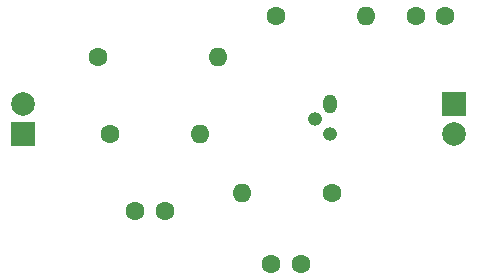
<source format=gbs>
%TF.GenerationSoftware,KiCad,Pcbnew,8.0.3*%
%TF.CreationDate,2024-12-18T20:06:44+01:00*%
%TF.ProjectId,Oscillatore,4f736369-6c6c-4617-946f-72652e6b6963,rev?*%
%TF.SameCoordinates,Original*%
%TF.FileFunction,Soldermask,Bot*%
%TF.FilePolarity,Negative*%
%FSLAX46Y46*%
G04 Gerber Fmt 4.6, Leading zero omitted, Abs format (unit mm)*
G04 Created by KiCad (PCBNEW 8.0.3) date 2024-12-18 20:06:44*
%MOMM*%
%LPD*%
G01*
G04 APERTURE LIST*
%ADD10R,2.000000X2.000000*%
%ADD11C,2.000000*%
%ADD12C,1.600000*%
%ADD13O,1.600000X1.600000*%
%ADD14O,1.200000X1.600000*%
%ADD15O,1.200000X1.200000*%
G04 APERTURE END LIST*
D10*
%TO.C,INPUT*%
X108500000Y-76540000D03*
D11*
X108500000Y-74000000D03*
%TD*%
D12*
%TO.C,R3*%
X115880000Y-76500000D03*
D13*
X123500000Y-76500000D03*
%TD*%
D12*
%TO.C,R2*%
X129880000Y-66500000D03*
D13*
X137500000Y-66500000D03*
%TD*%
D12*
%TO.C,R1*%
X134620000Y-81500000D03*
D13*
X127000000Y-81500000D03*
%TD*%
D14*
%TO.C,Q1*%
X134500000Y-74000000D03*
D15*
X133230000Y-75270000D03*
X134500000Y-76540000D03*
%TD*%
D12*
%TO.C,L1*%
X114840000Y-70000000D03*
D13*
X125000000Y-70000000D03*
%TD*%
D10*
%TO.C,OUTPUT*%
X145000000Y-74000000D03*
D11*
X145000000Y-76540000D03*
%TD*%
D12*
%TO.C,C3*%
X144250000Y-66500000D03*
X141750000Y-66500000D03*
%TD*%
%TO.C,C2*%
X132000000Y-87500000D03*
X129500000Y-87500000D03*
%TD*%
%TO.C,C1*%
X118000000Y-83000000D03*
X120500000Y-83000000D03*
%TD*%
M02*

</source>
